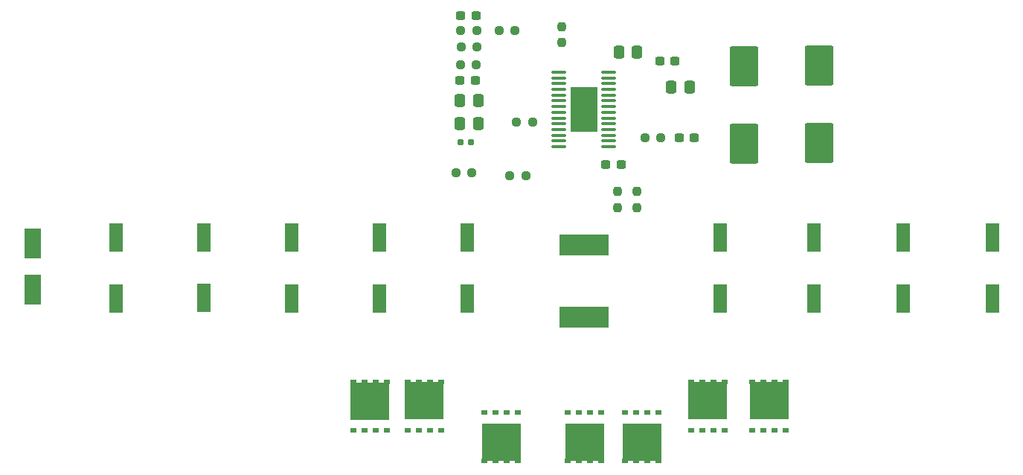
<source format=gtp>
%TF.GenerationSoftware,KiCad,Pcbnew,8.0.7*%
%TF.CreationDate,2025-01-13T19:37:05-08:00*%
%TF.ProjectId,DCDCv2,44434443-7632-42e6-9b69-6361645f7063,rev?*%
%TF.SameCoordinates,Original*%
%TF.FileFunction,Paste,Top*%
%TF.FilePolarity,Positive*%
%FSLAX46Y46*%
G04 Gerber Fmt 4.6, Leading zero omitted, Abs format (unit mm)*
G04 Created by KiCad (PCBNEW 8.0.7) date 2025-01-13 19:37:05*
%MOMM*%
%LPD*%
G01*
G04 APERTURE LIST*
G04 Aperture macros list*
%AMRoundRect*
0 Rectangle with rounded corners*
0 $1 Rounding radius*
0 $2 $3 $4 $5 $6 $7 $8 $9 X,Y pos of 4 corners*
0 Add a 4 corners polygon primitive as box body*
4,1,4,$2,$3,$4,$5,$6,$7,$8,$9,$2,$3,0*
0 Add four circle primitives for the rounded corners*
1,1,$1+$1,$2,$3*
1,1,$1+$1,$4,$5*
1,1,$1+$1,$6,$7*
1,1,$1+$1,$8,$9*
0 Add four rect primitives between the rounded corners*
20,1,$1+$1,$2,$3,$4,$5,0*
20,1,$1+$1,$4,$5,$6,$7,0*
20,1,$1+$1,$6,$7,$8,$9,0*
20,1,$1+$1,$8,$9,$2,$3,0*%
G04 Aperture macros list end*
%ADD10C,0.000000*%
%ADD11RoundRect,0.237500X0.250000X0.237500X-0.250000X0.237500X-0.250000X-0.237500X0.250000X-0.237500X0*%
%ADD12R,0.650000X0.630000*%
%ADD13R,4.459998X4.280271*%
%ADD14R,1.498600X3.302000*%
%ADD15RoundRect,0.250000X0.337500X0.475000X-0.337500X0.475000X-0.337500X-0.475000X0.337500X-0.475000X0*%
%ADD16RoundRect,0.155000X0.212500X0.155000X-0.212500X0.155000X-0.212500X-0.155000X0.212500X-0.155000X0*%
%ADD17RoundRect,0.237500X-0.237500X0.250000X-0.237500X-0.250000X0.237500X-0.250000X0.237500X0.250000X0*%
%ADD18RoundRect,0.237500X-0.300000X-0.237500X0.300000X-0.237500X0.300000X0.237500X-0.300000X0.237500X0*%
%ADD19RoundRect,0.250000X-1.400000X-2.000000X1.400000X-2.000000X1.400000X2.000000X-1.400000X2.000000X0*%
%ADD20RoundRect,0.237500X0.300000X0.237500X-0.300000X0.237500X-0.300000X-0.237500X0.300000X-0.237500X0*%
%ADD21R,1.850000X3.500000*%
%ADD22R,5.588000X2.489200*%
%ADD23RoundRect,0.250000X-0.337500X-0.475000X0.337500X-0.475000X0.337500X0.475000X-0.337500X0.475000X0*%
%ADD24O,1.699999X0.349999*%
%ADD25R,3.099999X5.180000*%
G04 APERTURE END LIST*
D10*
%TO.C,M3*%
G36*
X107535120Y-74915032D02*
G01*
X105965400Y-74915032D01*
X105965400Y-73330072D01*
X107535120Y-73330072D01*
X107535120Y-74915032D01*
G37*
G36*
X107535120Y-76650106D02*
G01*
X105965400Y-76650106D01*
X105965400Y-75415158D01*
X107535120Y-75415158D01*
X107535120Y-76650106D01*
G37*
G36*
X109724600Y-74915032D02*
G01*
X108154880Y-74915032D01*
X108154880Y-73330072D01*
X109724600Y-73330072D01*
X109724600Y-74915032D01*
G37*
G36*
X109724600Y-76650106D02*
G01*
X108154880Y-76650106D01*
X108154880Y-75415158D01*
X109724600Y-75415158D01*
X109724600Y-76650106D01*
G37*
%TO.C,M1_2*%
G36*
X75285120Y-74915032D02*
G01*
X73715400Y-74915032D01*
X73715400Y-73330072D01*
X75285120Y-73330072D01*
X75285120Y-74915032D01*
G37*
G36*
X75285120Y-76650106D02*
G01*
X73715400Y-76650106D01*
X73715400Y-75415158D01*
X75285120Y-75415158D01*
X75285120Y-76650106D01*
G37*
G36*
X77474600Y-74915032D02*
G01*
X75904880Y-74915032D01*
X75904880Y-73330072D01*
X77474600Y-73330072D01*
X77474600Y-74915032D01*
G37*
G36*
X77474600Y-76650106D02*
G01*
X75904880Y-76650106D01*
X75904880Y-75415158D01*
X77474600Y-75415158D01*
X77474600Y-76650106D01*
G37*
%TO.C,M1*%
G36*
X69095120Y-74944888D02*
G01*
X67525400Y-74944888D01*
X67525400Y-73359928D01*
X69095120Y-73359928D01*
X69095120Y-74944888D01*
G37*
G36*
X69095120Y-76679962D02*
G01*
X67525400Y-76679962D01*
X67525400Y-75445014D01*
X69095120Y-75445014D01*
X69095120Y-76679962D01*
G37*
G36*
X71284600Y-74944888D02*
G01*
X69714880Y-74944888D01*
X69714880Y-73359928D01*
X71284600Y-73359928D01*
X71284600Y-74944888D01*
G37*
G36*
X71284600Y-76679962D02*
G01*
X69714880Y-76679962D01*
X69714880Y-75445014D01*
X71284600Y-75445014D01*
X71284600Y-76679962D01*
G37*
%TO.C,M3_2*%
G36*
X114535120Y-74915032D02*
G01*
X112965400Y-74915032D01*
X112965400Y-73330072D01*
X114535120Y-73330072D01*
X114535120Y-74915032D01*
G37*
G36*
X114535120Y-76650106D02*
G01*
X112965400Y-76650106D01*
X112965400Y-75415158D01*
X114535120Y-75415158D01*
X114535120Y-76650106D01*
G37*
G36*
X116724600Y-74915032D02*
G01*
X115154880Y-74915032D01*
X115154880Y-73330072D01*
X116724600Y-73330072D01*
X116724600Y-74915032D01*
G37*
G36*
X116724600Y-76650106D02*
G01*
X115154880Y-76650106D01*
X115154880Y-75415158D01*
X116724600Y-75415158D01*
X116724600Y-76650106D01*
G37*
%TO.C,M4*%
G36*
X93535120Y-78554986D02*
G01*
X91965400Y-78554986D01*
X91965400Y-77320038D01*
X93535120Y-77320038D01*
X93535120Y-78554986D01*
G37*
G36*
X93535120Y-80640072D02*
G01*
X91965400Y-80640072D01*
X91965400Y-79055112D01*
X93535120Y-79055112D01*
X93535120Y-80640072D01*
G37*
G36*
X95724600Y-78554986D02*
G01*
X94154880Y-78554986D01*
X94154880Y-77320038D01*
X95724600Y-77320038D01*
X95724600Y-78554986D01*
G37*
G36*
X95724600Y-80640072D02*
G01*
X94154880Y-80640072D01*
X94154880Y-79055112D01*
X95724600Y-79055112D01*
X95724600Y-80640072D01*
G37*
%TO.C,M2*%
G36*
X84035120Y-78554986D02*
G01*
X82465400Y-78554986D01*
X82465400Y-77320038D01*
X84035120Y-77320038D01*
X84035120Y-78554986D01*
G37*
G36*
X84035120Y-80640072D02*
G01*
X82465400Y-80640072D01*
X82465400Y-79055112D01*
X84035120Y-79055112D01*
X84035120Y-80640072D01*
G37*
G36*
X86224600Y-78554986D02*
G01*
X84654880Y-78554986D01*
X84654880Y-77320038D01*
X86224600Y-77320038D01*
X86224600Y-78554986D01*
G37*
G36*
X86224600Y-80640072D02*
G01*
X84654880Y-80640072D01*
X84654880Y-79055112D01*
X86224600Y-79055112D01*
X86224600Y-80640072D01*
G37*
%TO.C,M4_2*%
G36*
X100035120Y-78554986D02*
G01*
X98465400Y-78554986D01*
X98465400Y-77320038D01*
X100035120Y-77320038D01*
X100035120Y-78554986D01*
G37*
G36*
X100035120Y-80640072D02*
G01*
X98465400Y-80640072D01*
X98465400Y-79055112D01*
X100035120Y-79055112D01*
X100035120Y-80640072D01*
G37*
G36*
X102224600Y-78554986D02*
G01*
X100654880Y-78554986D01*
X100654880Y-77320038D01*
X102224600Y-77320038D01*
X102224600Y-78554986D01*
G37*
G36*
X102224600Y-80640072D02*
G01*
X100654880Y-80640072D01*
X100654880Y-79055112D01*
X102224600Y-79055112D01*
X102224600Y-80640072D01*
G37*
%TD*%
D11*
%TO.C,Rfbt1*%
X87162500Y-49000000D03*
X85337500Y-49000000D03*
%TD*%
D12*
%TO.C,M3*%
X105940000Y-77970144D03*
X107210000Y-77970144D03*
X108480000Y-77970144D03*
X109750000Y-77970144D03*
D13*
X107845001Y-74640136D03*
D12*
X105940000Y-72500000D03*
X107210000Y-72500000D03*
X108480000Y-72500000D03*
X109750000Y-72500000D03*
%TD*%
D14*
%TO.C,Cout1*%
X109241800Y-63000000D03*
X109241800Y-56091200D03*
%TD*%
D15*
%TO.C,Ccomp1*%
X81737500Y-43100000D03*
X79662500Y-43100000D03*
%TD*%
D16*
%TO.C,Ccomp2*%
X80867500Y-45200000D03*
X79732500Y-45200000D03*
%TD*%
D17*
%TO.C,Rcsg1*%
X97599998Y-50812499D03*
X97599998Y-52637499D03*
%TD*%
D14*
%TO.C,Cin1*%
X60500000Y-63000000D03*
X60500000Y-56091200D03*
%TD*%
D18*
%TO.C,Cvcc1*%
X104599998Y-44724999D03*
X106324998Y-44724999D03*
%TD*%
D15*
%TO.C,Css1*%
X81737500Y-40500000D03*
X79662500Y-40500000D03*
%TD*%
D11*
%TO.C,Rt1*%
X81512500Y-36400000D03*
X79687500Y-36400000D03*
%TD*%
D14*
%TO.C,Cin_5*%
X70500000Y-63000000D03*
X70500000Y-56091200D03*
%TD*%
D19*
%TO.C,Dboot1*%
X120500000Y-36500000D03*
X120500000Y-45300000D03*
%TD*%
D14*
%TO.C,Cin_4*%
X40500000Y-63000000D03*
X40500000Y-56091200D03*
%TD*%
D20*
%TO.C,Ccs1*%
X97962498Y-47724999D03*
X96237498Y-47724999D03*
%TD*%
D14*
%TO.C,Cout_4*%
X140250000Y-63000000D03*
X140250000Y-56091200D03*
%TD*%
D17*
%TO.C,Rf1*%
X91250000Y-32087500D03*
X91250000Y-33912500D03*
%TD*%
D12*
%TO.C,M1_2*%
X73690000Y-77970144D03*
X74960000Y-77970144D03*
X76230000Y-77970144D03*
X77500000Y-77970144D03*
D13*
X75595001Y-74640136D03*
D12*
X73690000Y-72500000D03*
X74960000Y-72500000D03*
X76230000Y-72500000D03*
X77500000Y-72500000D03*
%TD*%
D20*
%TO.C,Cslope1*%
X81362500Y-38200000D03*
X79637500Y-38200000D03*
%TD*%
D21*
%TO.C,Cbulk1*%
X31000000Y-62000000D03*
X31000000Y-56700000D03*
%TD*%
D12*
%TO.C,M1*%
X67500000Y-78000000D03*
X68770000Y-78000000D03*
X70040000Y-78000000D03*
X71310000Y-78000000D03*
D13*
X69405001Y-74669992D03*
D12*
X67500000Y-72529856D03*
X68770000Y-72529856D03*
X70040000Y-72529856D03*
X71310000Y-72529856D03*
%TD*%
D14*
%TO.C,Cout_3*%
X130080600Y-63000000D03*
X130080600Y-56091200D03*
%TD*%
D17*
%TO.C,Rcsp1*%
X99750000Y-50812499D03*
X99750000Y-52637499D03*
%TD*%
D18*
%TO.C,Cbias1*%
X102387500Y-36000000D03*
X104112500Y-36000000D03*
%TD*%
D11*
%TO.C,Ruvt1*%
X85900000Y-32500000D03*
X84075000Y-32500000D03*
%TD*%
D22*
%TO.C,Rsense1*%
X93750000Y-56910600D03*
X93750000Y-65089400D03*
%TD*%
D14*
%TO.C,Cin_2*%
X50500000Y-62954400D03*
X50500000Y-56045600D03*
%TD*%
D12*
%TO.C,M3_2*%
X112940000Y-77970144D03*
X114210000Y-77970144D03*
X115480000Y-77970144D03*
X116750000Y-77970144D03*
D13*
X114845001Y-74640136D03*
D12*
X112940000Y-72500000D03*
X114210000Y-72500000D03*
X115480000Y-72500000D03*
X116750000Y-72500000D03*
%TD*%
D11*
%TO.C,Rfbb1*%
X81012500Y-48700000D03*
X79187500Y-48700000D03*
%TD*%
D23*
%TO.C,Cboot2*%
X103712500Y-39000000D03*
X105787500Y-39000000D03*
%TD*%
D24*
%TO.C,U1*%
X90900000Y-37274999D03*
X90900000Y-37925000D03*
X90900000Y-38574999D03*
X90900000Y-39225000D03*
X90900000Y-39874998D03*
X90900000Y-40525000D03*
X90900000Y-41174998D03*
X90900000Y-41825000D03*
X90900000Y-42474998D03*
X90900000Y-43125000D03*
X90900000Y-43774998D03*
X90900000Y-44424999D03*
X90900000Y-45074998D03*
X90900000Y-45724999D03*
X96599998Y-45724999D03*
X96599998Y-45074998D03*
X96599998Y-44424999D03*
X96599998Y-43774998D03*
X96599998Y-43125000D03*
X96599998Y-42474998D03*
X96599998Y-41825000D03*
X96599998Y-41174998D03*
X96599998Y-40525000D03*
X96599998Y-39874998D03*
X96599998Y-39225000D03*
X96599998Y-38574999D03*
X96599998Y-37925000D03*
X96599998Y-37274999D03*
D25*
X93749999Y-41499999D03*
%TD*%
D11*
%TO.C,Rpg1*%
X102512498Y-44724999D03*
X100687498Y-44724999D03*
%TD*%
D14*
%TO.C,Cout_2*%
X119911200Y-63000000D03*
X119911200Y-56091200D03*
%TD*%
D11*
%TO.C,Rmode1*%
X81612500Y-34400000D03*
X79787500Y-34400000D03*
%TD*%
%TO.C,Ruvb1*%
X81562500Y-32500000D03*
X79737500Y-32500000D03*
%TD*%
D14*
%TO.C,Cin_3*%
X80500000Y-63000000D03*
X80500000Y-56091200D03*
%TD*%
D19*
%TO.C,Dboot2*%
X112000000Y-36600000D03*
X112000000Y-45400000D03*
%TD*%
D11*
%TO.C,Rcomp1*%
X87912500Y-42900000D03*
X86087500Y-42900000D03*
%TD*%
D15*
%TO.C,Cboot1*%
X99787500Y-35000000D03*
X97712500Y-35000000D03*
%TD*%
D12*
%TO.C,M4*%
X95750000Y-76000000D03*
X94480000Y-76000000D03*
X93210000Y-76000000D03*
X91940000Y-76000000D03*
D13*
X93844999Y-79330008D03*
D12*
X95750000Y-81470144D03*
X94480000Y-81470144D03*
X93210000Y-81470144D03*
X91940000Y-81470144D03*
%TD*%
%TO.C,M2*%
X86250000Y-76000000D03*
X84980000Y-76000000D03*
X83710000Y-76000000D03*
X82440000Y-76000000D03*
D13*
X84344999Y-79330008D03*
D12*
X86250000Y-81470144D03*
X84980000Y-81470144D03*
X83710000Y-81470144D03*
X82440000Y-81470144D03*
%TD*%
D20*
%TO.C,Cf1*%
X81462500Y-30800000D03*
X79737500Y-30800000D03*
%TD*%
D12*
%TO.C,M4_2*%
X102250000Y-76000000D03*
X100980000Y-76000000D03*
X99710000Y-76000000D03*
X98440000Y-76000000D03*
D13*
X100344999Y-79330008D03*
D12*
X102250000Y-81470144D03*
X100980000Y-81470144D03*
X99710000Y-81470144D03*
X98440000Y-81470144D03*
%TD*%
M02*

</source>
